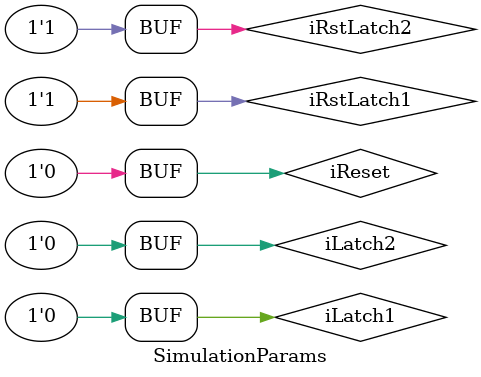
<source format=v>
`timescale 1ns / 1ps


module SimulationParams(

    );
 reg iLatch1;
 reg iLatch2;
 reg iRstLatch1;
 reg iRstLatch2;
 wire [39:0] reg1;
 wire [39:0] reg2;
 wire rdy1;
 wire rdy2;
 reg iReset = 0;
 
 initial begin
    iLatch1 = 0;
    iLatch2 = 0;
    iRstLatch1 = 0;
    iRstLatch2 = 0;
    
    #100
    iLatch1 = 1;
    #100
    iLatch1 = 0;
    iLatch2 = 1;
    #100
    iRstLatch1 = 1;
    iLatch2 = 0; 

    #100
    iRstLatch1 = 0;
    iRstLatch2 = 1;
    iLatch1 = 1;
    #100
    iLatch1 = 0;
    iLatch2 = 1;
    iRstLatch1 = 1;
    iRstLatch2 = 0;
    #100
    iLatch2 = 0; 
    #100
    iRstLatch2 = 1;


 end
 
 COUNTER u1( iLatch1, iLatch2, iRstLatch1, iRstLatch2, reg1, reg2, rdy1, rdy2 );
endmodule

</source>
